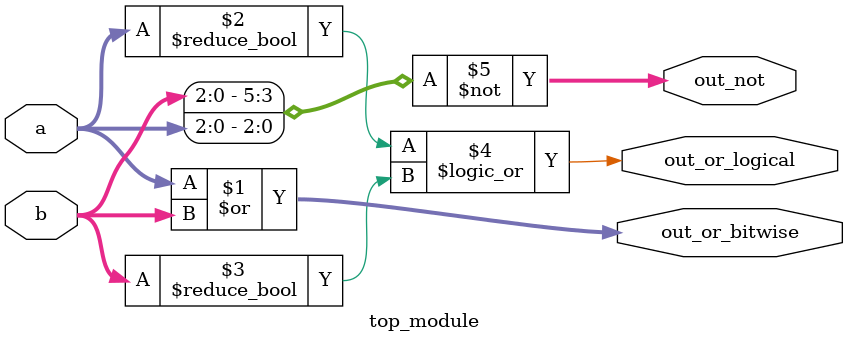
<source format=sv>
module top_module(
  input [2:0] a, 
  input [2:0] b, 
  output [2:0] out_or_bitwise,
  output out_or_logical,
  output [5:0] out_not
);

  assign out_or_bitwise = a | b;
  assign out_or_logical = (a != 0) || (b != 0);
  assign out_not = ~{b, a};

endmodule

</source>
